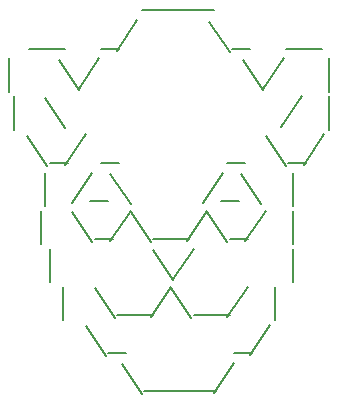
<source format=gbr>
%TF.GenerationSoftware,KiCad,Pcbnew,9.0.2*%
%TF.CreationDate,2025-08-22T13:53:24+02:00*%
%TF.ProjectId,PSU to buck,50535520-746f-4206-9275-636b2e6b6963,rev?*%
%TF.SameCoordinates,Original*%
%TF.FileFunction,Legend,Bot*%
%TF.FilePolarity,Positive*%
%FSLAX46Y46*%
G04 Gerber Fmt 4.6, Leading zero omitted, Abs format (unit mm)*
G04 Created by KiCad (PCBNEW 9.0.2) date 2025-08-22 13:53:24*
%MOMM*%
%LPD*%
G01*
G04 APERTURE LIST*
%ADD10C,0.200000*%
G04 APERTURE END LIST*
D10*
X106371952Y-62529234D02*
X104848142Y-62529234D01*
X104848142Y-62529234D02*
X103324332Y-62529234D01*
X103324332Y-62529234D02*
X101800522Y-62529234D01*
X101800522Y-62529234D02*
X100276712Y-62529234D01*
X115514812Y-65749122D02*
X113991002Y-65749122D01*
X113991002Y-65749122D02*
X112467192Y-65749122D01*
X109419572Y-65749122D02*
X107895762Y-65749122D01*
X105991000Y-63463408D02*
X107705285Y-66034836D01*
X99895760Y-63368169D02*
X98181474Y-65939598D01*
X98371951Y-65749122D02*
X96848141Y-65749122D01*
X93800521Y-65749122D02*
X92276711Y-65749122D01*
X92276711Y-65749122D02*
X90752901Y-65749122D01*
X116086241Y-69445200D02*
X116086241Y-66588057D01*
X112276716Y-66588057D02*
X110562430Y-69159486D01*
X108848145Y-66683296D02*
X110562430Y-69254724D01*
X96657665Y-66588057D02*
X94943379Y-69159486D01*
X93229094Y-66683296D02*
X94943379Y-69254724D01*
X89038617Y-69445200D02*
X89038617Y-66588057D01*
X116086241Y-72665088D02*
X116086241Y-69807945D01*
X113800526Y-69807945D02*
X112086240Y-72379374D01*
X92086235Y-69903184D02*
X93800520Y-72474612D01*
X89419568Y-72665088D02*
X89419568Y-69807945D01*
X115705288Y-73027833D02*
X113991002Y-75599262D01*
X114181479Y-75408786D02*
X112657669Y-75408786D01*
X110752907Y-73123072D02*
X112467192Y-75694500D01*
X109038621Y-75408786D02*
X107514811Y-75408786D01*
X98371951Y-75408786D02*
X96848141Y-75408786D01*
X95514807Y-73027833D02*
X93800521Y-75599262D01*
X93990998Y-75408786D02*
X92467188Y-75408786D01*
X90562426Y-73123072D02*
X92276711Y-75694500D01*
X113038621Y-79104864D02*
X113038621Y-76247721D01*
X108657668Y-76342960D02*
X110371953Y-78914388D01*
X108467192Y-78628674D02*
X106943382Y-78628674D01*
X107133858Y-76247721D02*
X105419572Y-78819150D01*
X97610047Y-76342960D02*
X99324332Y-78914388D01*
X97419571Y-78628674D02*
X95895761Y-78628674D01*
X96086237Y-76247721D02*
X94371951Y-78819150D01*
X92086237Y-79104864D02*
X92086237Y-76247721D01*
X113038621Y-82324752D02*
X113038621Y-79467609D01*
X110752906Y-79467609D02*
X109038620Y-82039038D01*
X109229097Y-81848562D02*
X107705287Y-81848562D01*
X105800525Y-79562848D02*
X107514810Y-82134276D01*
X105800525Y-79467609D02*
X104086239Y-82039038D01*
X104276716Y-81848562D02*
X102752906Y-81848562D01*
X102752906Y-81848562D02*
X101229096Y-81848562D01*
X99324334Y-79562848D02*
X101038619Y-82134276D01*
X99324334Y-79467609D02*
X97610048Y-82039038D01*
X97800525Y-81848562D02*
X96276715Y-81848562D01*
X94371953Y-79562848D02*
X96086238Y-82134276D01*
X91705286Y-82324752D02*
X91705286Y-79467609D01*
X113038621Y-85544640D02*
X113038621Y-82687497D01*
X104657666Y-82687497D02*
X102943380Y-85258926D01*
X101229095Y-82782736D02*
X102943380Y-85354164D01*
X92467188Y-85544640D02*
X92467188Y-82687497D01*
X111514811Y-88764528D02*
X111514811Y-85907385D01*
X109229096Y-85907385D02*
X107514810Y-88478814D01*
X107705287Y-88288338D02*
X106181477Y-88288338D01*
X106181477Y-88288338D02*
X104657667Y-88288338D01*
X102752905Y-86002624D02*
X104467190Y-88574052D01*
X102752905Y-85907385D02*
X101038619Y-88478814D01*
X101229096Y-88288338D02*
X99705286Y-88288338D01*
X99705286Y-88288338D02*
X98181476Y-88288338D01*
X96276714Y-86002624D02*
X97990999Y-88574052D01*
X93610047Y-88764528D02*
X93610047Y-85907385D01*
X111133858Y-89127273D02*
X109419572Y-91698702D01*
X109610049Y-91508226D02*
X108086239Y-91508226D01*
X98943379Y-91508226D02*
X97419569Y-91508226D01*
X95514807Y-89222512D02*
X97229092Y-91793940D01*
X108086238Y-92347161D02*
X106371952Y-94918590D01*
X106562429Y-94728114D02*
X105038619Y-94728114D01*
X105038619Y-94728114D02*
X103514809Y-94728114D01*
X103514809Y-94728114D02*
X101990999Y-94728114D01*
X101990999Y-94728114D02*
X100467189Y-94728114D01*
X98562427Y-92442400D02*
X100276712Y-95013828D01*
M02*

</source>
